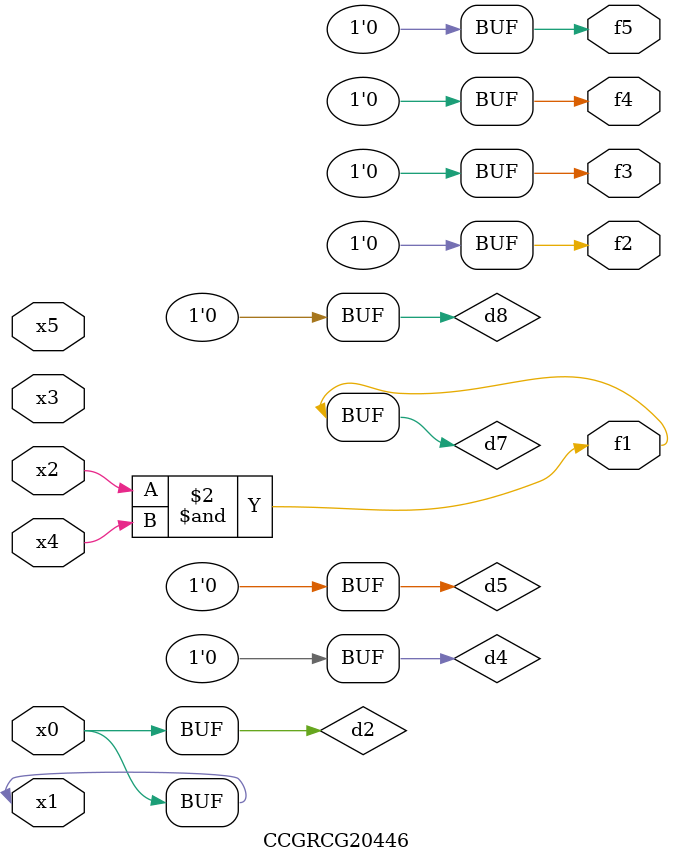
<source format=v>
module CCGRCG20446(
	input x0, x1, x2, x3, x4, x5,
	output f1, f2, f3, f4, f5
);

	wire d1, d2, d3, d4, d5, d6, d7, d8, d9;

	nand (d1, x1);
	buf (d2, x0, x1);
	nand (d3, x2, x4);
	and (d4, d1, d2);
	and (d5, d1, d2);
	nand (d6, d1, d3);
	not (d7, d3);
	xor (d8, d5);
	nor (d9, d5, d6);
	assign f1 = d7;
	assign f2 = d8;
	assign f3 = d8;
	assign f4 = d8;
	assign f5 = d8;
endmodule

</source>
